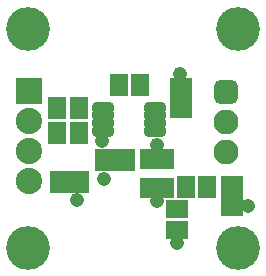
<source format=gbr>
%TF.GenerationSoftware,Altium Limited,Altium Designer,25.7.1 (20)*%
G04 Layer_Color=8388736*
%FSLAX45Y45*%
%MOMM*%
%TF.SameCoordinates,8EC0096B-1770-4E53-A1A5-517F8E17CF1D*%
%TF.FilePolarity,Negative*%
%TF.FileFunction,Soldermask,Top*%
%TF.Part,Single*%
G01*
G75*
%TA.AperFunction,SMDPad,CuDef*%
%ADD30R,1.50800X1.85800*%
%ADD31R,1.90800X1.75800*%
%ADD32R,1.75800X1.90800*%
%ADD33R,1.10800X1.70800*%
G04:AMPARAMS|DCode=34|XSize=0.958mm|YSize=1.858mm|CornerRadius=0.3035mm|HoleSize=0mm|Usage=FLASHONLY|Rotation=90.000|XOffset=0mm|YOffset=0mm|HoleType=Round|Shape=RoundedRectangle|*
%AMROUNDEDRECTD34*
21,1,0.95800,1.25100,0,0,90.0*
21,1,0.35100,1.85800,0,0,90.0*
1,1,0.60700,0.62550,0.17550*
1,1,0.60700,0.62550,-0.17550*
1,1,0.60700,-0.62550,-0.17550*
1,1,0.60700,-0.62550,0.17550*
%
%ADD34ROUNDEDRECTD34*%
%ADD35R,1.85800X1.50800*%
%TA.AperFunction,ComponentPad*%
%ADD36C,2.10800*%
%ADD37C,2.23300*%
G04:AMPARAMS|DCode=38|XSize=2.108mm|YSize=2.108mm|CornerRadius=0.654mm|HoleSize=0mm|Usage=FLASHONLY|Rotation=270.000|XOffset=0mm|YOffset=0mm|HoleType=Round|Shape=RoundedRectangle|*
%AMROUNDEDRECTD38*
21,1,2.10800,0.80000,0,0,270.0*
21,1,0.80000,2.10800,0,0,270.0*
1,1,1.30800,-0.40000,-0.40000*
1,1,1.30800,-0.40000,0.40000*
1,1,1.30800,0.40000,0.40000*
1,1,1.30800,0.40000,-0.40000*
%
%ADD38ROUNDEDRECTD38*%
%ADD39R,2.23300X2.23300*%
%TA.AperFunction,WasherPad*%
%ADD40C,3.70800*%
%TA.AperFunction,ViaPad*%
%ADD41C,1.20800*%
D30*
X1688000Y838954D02*
D03*
X1868000D02*
D03*
X1299886Y1705200D02*
D03*
X1119886D02*
D03*
X782820Y1513700D02*
D03*
Y1301150D02*
D03*
X602820D02*
D03*
Y1513700D02*
D03*
D31*
X2082800Y850800D02*
D03*
X1649319Y1513700D02*
D03*
Y1678700D02*
D03*
X2082800Y685800D02*
D03*
D32*
X621080Y881380D02*
D03*
X1173480Y1069340D02*
D03*
X1008480D02*
D03*
X786080Y881380D02*
D03*
D33*
X1351698Y1082161D02*
D03*
X1541698Y832161D02*
D03*
X1446698Y1082161D02*
D03*
Y832161D02*
D03*
X1541698Y1082161D02*
D03*
X1351698Y832161D02*
D03*
D34*
X1432386Y1448700D02*
D03*
X987386Y1318700D02*
D03*
X1432386Y1383700D02*
D03*
Y1513700D02*
D03*
X987386D02*
D03*
Y1383700D02*
D03*
X1432386Y1318700D02*
D03*
X987386Y1448700D02*
D03*
D35*
X1616710Y659696D02*
D03*
Y479696D02*
D03*
D36*
X2032000Y1143000D02*
D03*
Y1397000D02*
D03*
D37*
X358140Y894080D02*
D03*
Y1402080D02*
D03*
Y1148080D02*
D03*
D38*
X2032000Y1651000D02*
D03*
D39*
X358140Y1656080D02*
D03*
D40*
X2129790Y330180D02*
D03*
X355600D02*
D03*
X2132330Y2184400D02*
D03*
X355600D02*
D03*
D41*
X1643380Y1803400D02*
D03*
X2214880Y683260D02*
D03*
X1619250Y370136D02*
D03*
X1447800Y1201420D02*
D03*
X980440Y1231900D02*
D03*
X995680Y909320D02*
D03*
X1445260Y723900D02*
D03*
X772160Y736600D02*
D03*
%TF.MD5,0602b1e83d67437a7ae8e512407c0bf1*%
M02*

</source>
